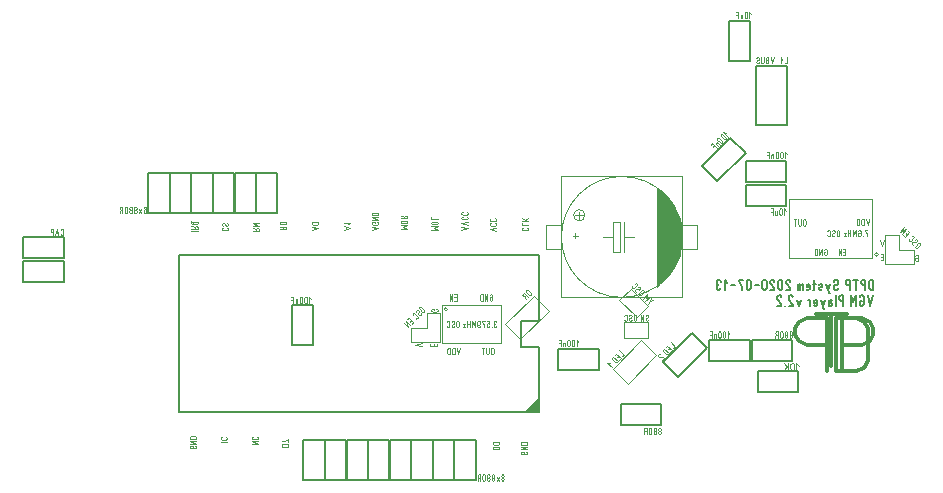
<source format=gbr>
%FSLAX34Y34*%
%MOMM*%
%LNSILK_BOTTOM_*%
G71*
G01*
%ADD10C, 0.15*%
%ADD11C, 0.10*%
%ADD12C, 0.16*%
%ADD13C, 0.31*%
%ADD14C, 0.00*%
%ADD15C, 0.10*%
%LPD*%
G54D10*
X678756Y649416D02*
X678756Y667416D01*
X644756Y667416D01*
X644756Y649416D01*
X678756Y649416D01*
G54D11*
X679223Y672117D02*
X677223Y674117D01*
X677223Y668783D01*
G54D11*
X672156Y673117D02*
X672156Y669783D01*
X672556Y669117D01*
X673356Y668783D01*
X674156Y668783D01*
X674956Y669117D01*
X675356Y669783D01*
X675356Y673117D01*
X674956Y673783D01*
X674156Y674117D01*
X673356Y674117D01*
X672556Y673783D01*
X672156Y673117D01*
G54D11*
X670289Y668783D02*
X670289Y674117D01*
G54D11*
X670289Y670450D02*
X667089Y674117D01*
G54D11*
X669089Y671450D02*
X667089Y668783D01*
G54D10*
X509688Y668466D02*
X509688Y686466D01*
X475688Y686466D01*
X475688Y668466D01*
X509688Y668466D01*
G54D11*
X492522Y691912D02*
X491188Y693912D01*
X491188Y688578D01*
G54D11*
X487188Y692912D02*
X487188Y689578D01*
X487455Y688912D01*
X487988Y688578D01*
X488522Y688578D01*
X489055Y688912D01*
X489322Y689578D01*
X489322Y692912D01*
X489055Y693578D01*
X488522Y693912D01*
X487988Y693912D01*
X487455Y693578D01*
X487188Y692912D01*
G54D11*
X483188Y692912D02*
X483188Y689578D01*
X483455Y688912D01*
X483988Y688578D01*
X484522Y688578D01*
X485055Y688912D01*
X485322Y689578D01*
X485322Y692912D01*
X485055Y693578D01*
X484522Y693912D01*
X483988Y693912D01*
X483455Y693578D01*
X483188Y692912D01*
G54D11*
X481322Y688578D02*
X481322Y691578D01*
G54D11*
X481322Y690912D02*
X481055Y691378D01*
X480522Y691578D01*
X479988Y691378D01*
X479722Y690912D01*
X479722Y688578D01*
G54D11*
X477855Y688578D02*
X477855Y693912D01*
X475988Y693912D01*
G54D11*
X477855Y691245D02*
X475988Y691245D01*
G54D10*
X637588Y676113D02*
X637588Y694113D01*
X603588Y694113D01*
X603588Y676113D01*
X637588Y676113D01*
G54D11*
X620316Y699055D02*
X618982Y701055D01*
X618982Y695722D01*
G54D11*
X614982Y700055D02*
X614982Y696722D01*
X615249Y696055D01*
X615782Y695722D01*
X616316Y695722D01*
X616849Y696055D01*
X617116Y696722D01*
X617116Y700055D01*
X616849Y700722D01*
X616316Y701055D01*
X615782Y701055D01*
X615249Y700722D01*
X614982Y700055D01*
G54D11*
X610982Y700055D02*
X610982Y696722D01*
X611249Y696055D01*
X611782Y695722D01*
X612316Y695722D01*
X612849Y696055D01*
X613116Y696722D01*
X613116Y700055D01*
X612849Y700722D01*
X612316Y701055D01*
X611782Y701055D01*
X611249Y700722D01*
X610982Y700055D01*
G54D11*
X609116Y695722D02*
X609116Y698722D01*
G54D11*
X609116Y698055D02*
X608849Y698522D01*
X608316Y698722D01*
X607782Y698522D01*
X607516Y698055D01*
X607516Y695722D01*
G54D11*
X605649Y695722D02*
X605649Y701055D01*
X603782Y701055D01*
G54D11*
X605649Y698388D02*
X603782Y698388D01*
G54D10*
X249762Y689272D02*
X267762Y689272D01*
X267762Y723272D01*
X249762Y723272D01*
X249762Y689272D01*
G54D11*
X265906Y728424D02*
X264573Y730424D01*
X264573Y725091D01*
G54D11*
X260573Y729424D02*
X260573Y726091D01*
X260840Y725424D01*
X261373Y725091D01*
X261906Y725091D01*
X262440Y725424D01*
X262706Y726091D01*
X262706Y729424D01*
X262440Y730091D01*
X261906Y730424D01*
X261373Y730424D01*
X260840Y730091D01*
X260573Y729424D01*
G54D11*
X256573Y729424D02*
X256573Y726091D01*
X256840Y725424D01*
X257373Y725091D01*
X257906Y725091D01*
X258440Y725424D01*
X258706Y726091D01*
X258706Y729424D01*
X258440Y730091D01*
X257906Y730424D01*
X257373Y730424D01*
X256840Y730091D01*
X256573Y729424D01*
G54D11*
X254706Y725091D02*
X254706Y728091D01*
G54D11*
X254706Y727424D02*
X254440Y727891D01*
X253906Y728091D01*
X253373Y727891D01*
X253106Y727424D01*
X253106Y725091D01*
G54D11*
X251239Y725091D02*
X251239Y730424D01*
X249372Y730424D01*
G54D11*
X251239Y727757D02*
X249372Y727757D01*
G54D12*
X742359Y736061D02*
X742359Y744950D01*
X740137Y744950D01*
X739248Y744394D01*
X738804Y743283D01*
X738804Y737727D01*
X739248Y736616D01*
X740137Y736061D01*
X742359Y736061D01*
G54D12*
X735692Y736061D02*
X735692Y744950D01*
X733470Y744950D01*
X732581Y744394D01*
X732137Y743283D01*
X732137Y742172D01*
X732581Y741061D01*
X733470Y740505D01*
X735692Y740505D01*
G54D12*
X727247Y736061D02*
X727247Y744950D01*
G54D12*
X729025Y744950D02*
X725470Y744950D01*
G54D12*
X722358Y736061D02*
X722358Y744950D01*
X720136Y744950D01*
X719247Y744394D01*
X718803Y743283D01*
X718803Y742172D01*
X719247Y741061D01*
X720136Y740505D01*
X722358Y740505D01*
G54D12*
X712491Y737727D02*
X712047Y736616D01*
X711158Y736061D01*
X710269Y736061D01*
X709380Y736616D01*
X708936Y737727D01*
X708936Y738839D01*
X709380Y739950D01*
X710269Y740505D01*
X711158Y740505D01*
X712047Y741061D01*
X712491Y742172D01*
X712491Y743283D01*
X712047Y744394D01*
X711158Y744950D01*
X710269Y744950D01*
X709380Y744394D01*
X708936Y743283D01*
G54D12*
X705824Y741061D02*
X704046Y736061D01*
X702269Y741061D01*
G54D12*
X704046Y736061D02*
X704491Y734394D01*
X704935Y733839D01*
X705380Y733839D01*
G54D12*
X699157Y736616D02*
X698268Y736061D01*
X697379Y736061D01*
X696490Y736616D01*
X696490Y737727D01*
X696935Y738283D01*
X698713Y738839D01*
X699157Y739394D01*
X699157Y740505D01*
X698268Y741061D01*
X697379Y741061D01*
X696490Y740505D01*
G54D12*
X692490Y744950D02*
X692490Y736616D01*
X692046Y736061D01*
X691601Y736283D01*
G54D12*
X693379Y741061D02*
X691601Y741061D01*
G54D12*
X685823Y736616D02*
X686535Y736061D01*
X687423Y736061D01*
X688312Y736616D01*
X688490Y737727D01*
X688490Y739616D01*
X688046Y740727D01*
X687157Y741061D01*
X686268Y740727D01*
X685823Y739950D01*
X685823Y738839D01*
X688490Y738839D01*
G54D12*
X682712Y736061D02*
X682712Y741061D01*
G54D12*
X682712Y740172D02*
X681823Y741061D01*
X680934Y740727D01*
X680490Y739950D01*
X680490Y736061D01*
G54D12*
X680490Y740172D02*
X679601Y741061D01*
X678712Y740727D01*
X678268Y739950D01*
X678268Y736061D01*
G54D12*
X668402Y736061D02*
X671957Y736061D01*
X671957Y736616D01*
X671513Y737727D01*
X668846Y741061D01*
X668402Y742172D01*
X668402Y743283D01*
X668846Y744394D01*
X669735Y744950D01*
X670624Y744950D01*
X671513Y744394D01*
X671957Y743283D01*
G54D12*
X661735Y743283D02*
X661735Y737727D01*
X662179Y736616D01*
X663068Y736061D01*
X663957Y736061D01*
X664846Y736616D01*
X665290Y737727D01*
X665290Y743283D01*
X664846Y744394D01*
X663957Y744950D01*
X663068Y744950D01*
X662179Y744394D01*
X661735Y743283D01*
G54D12*
X655068Y736061D02*
X658623Y736061D01*
X658623Y736616D01*
X658179Y737727D01*
X655512Y741061D01*
X655068Y742172D01*
X655068Y743283D01*
X655512Y744394D01*
X656401Y744950D01*
X657290Y744950D01*
X658179Y744394D01*
X658623Y743283D01*
G54D12*
X648401Y743283D02*
X648401Y737727D01*
X648845Y736616D01*
X649734Y736061D01*
X650623Y736061D01*
X651512Y736616D01*
X651956Y737727D01*
X651956Y743283D01*
X651512Y744394D01*
X650623Y744950D01*
X649734Y744950D01*
X648845Y744394D01*
X648401Y743283D01*
G54D12*
X645289Y739950D02*
X641734Y739950D01*
G54D12*
X635067Y743283D02*
X635067Y737727D01*
X635511Y736616D01*
X636400Y736061D01*
X637289Y736061D01*
X638178Y736616D01*
X638622Y737727D01*
X638622Y743283D01*
X638178Y744394D01*
X637289Y744950D01*
X636400Y744950D01*
X635511Y744394D01*
X635067Y743283D01*
G54D12*
X631955Y744950D02*
X628400Y744950D01*
X628844Y743839D01*
X629733Y742172D01*
X630622Y739950D01*
X631066Y738283D01*
X631066Y736061D01*
G54D12*
X625288Y739950D02*
X621733Y739950D01*
G54D12*
X618621Y741616D02*
X616399Y744950D01*
X616399Y736061D01*
G54D12*
X613288Y743283D02*
X612844Y744394D01*
X611955Y744950D01*
X611066Y744950D01*
X610177Y744394D01*
X609733Y743283D01*
X609733Y742172D01*
X610177Y741061D01*
X611066Y740505D01*
X610177Y739950D01*
X609733Y738839D01*
X609733Y737727D01*
X610177Y736616D01*
X611066Y736061D01*
X611955Y736061D01*
X612844Y736616D01*
X613288Y737727D01*
G54D12*
X741962Y731456D02*
X739740Y722567D01*
X737518Y731456D01*
G54D12*
X732630Y727011D02*
X730852Y727011D01*
X730852Y724234D01*
X731296Y723123D01*
X732185Y722567D01*
X733074Y722567D01*
X733963Y723123D01*
X734407Y724234D01*
X734407Y729789D01*
X733963Y730900D01*
X733074Y731456D01*
X732185Y731456D01*
X731296Y730900D01*
X730852Y729789D01*
G54D12*
X727740Y722567D02*
X727740Y731456D01*
X725518Y725900D01*
X723296Y731456D01*
X723296Y722567D01*
G54D12*
X716985Y722567D02*
X716985Y731456D01*
X714763Y731456D01*
X713874Y730900D01*
X713430Y729789D01*
X713430Y728678D01*
X713874Y727567D01*
X714763Y727011D01*
X716985Y727011D01*
G54D12*
X710318Y722567D02*
X710318Y731456D01*
G54D12*
X707207Y727011D02*
X706318Y727567D01*
X705252Y727567D01*
X704541Y726456D01*
X704541Y722567D01*
G54D12*
X704541Y724234D02*
X704985Y725345D01*
X705874Y725567D01*
X706763Y725345D01*
X707207Y724234D01*
X707030Y723123D01*
X706318Y722567D01*
X705874Y722567D01*
X705696Y722567D01*
X704985Y723123D01*
X704541Y724234D01*
G54D12*
X701429Y727567D02*
X699652Y722567D01*
X697874Y727567D01*
G54D12*
X699652Y722567D02*
X700096Y720900D01*
X700540Y720345D01*
X700985Y720345D01*
G54D12*
X692096Y723123D02*
X692807Y722567D01*
X693696Y722567D01*
X694584Y723123D01*
X694762Y724234D01*
X694762Y726123D01*
X694318Y727234D01*
X693429Y727567D01*
X692540Y727234D01*
X692096Y726456D01*
X692096Y725345D01*
X694762Y725345D01*
G54D12*
X688984Y722567D02*
X688984Y727567D01*
G54D12*
X688984Y726456D02*
X688095Y727567D01*
X687206Y727567D01*
G54D12*
X680895Y727567D02*
X679118Y722567D01*
X677340Y727567D01*
G54D12*
X670673Y722567D02*
X674228Y722567D01*
X674228Y723123D01*
X673784Y724234D01*
X671117Y727567D01*
X670673Y728678D01*
X670673Y729789D01*
X671117Y730900D01*
X672006Y731456D01*
X672895Y731456D01*
X673784Y730900D01*
X674228Y729789D01*
G54D12*
X667561Y722567D02*
X667561Y722567D01*
G54D12*
X660895Y722567D02*
X664450Y722567D01*
X664450Y723123D01*
X664006Y724234D01*
X661339Y727567D01*
X660895Y728678D01*
X660895Y729789D01*
X661339Y730900D01*
X662228Y731456D01*
X663117Y731456D01*
X664006Y730900D01*
X664450Y729789D01*
G54D13*
X711096Y667617D02*
X711096Y712061D01*
X727762Y712061D01*
X734429Y709283D01*
X737762Y703728D01*
X737762Y675950D01*
X734429Y670394D01*
X727762Y667616D01*
X711096Y667617D01*
G54D13*
X715758Y667566D02*
X715758Y712011D01*
X732424Y712011D01*
X739091Y709233D01*
X742424Y703678D01*
X742424Y698122D01*
X739091Y692566D01*
X732425Y689788D01*
X715758Y689789D01*
G54D13*
X702770Y667616D02*
X702770Y712061D01*
X686104Y712061D01*
X679437Y709283D01*
X676104Y703728D01*
X676104Y698172D01*
X679437Y692616D01*
X686104Y689839D01*
X702770Y689839D01*
G54D13*
X706900Y671585D02*
X706900Y716029D01*
G54D13*
X720233Y716030D02*
X693566Y716030D01*
G54D11*
X446713Y598239D02*
X446713Y599305D01*
X445047Y599305D01*
X444380Y599039D01*
X444047Y598505D01*
X444047Y597972D01*
X444380Y597439D01*
X445047Y597172D01*
X448380Y597172D01*
X449047Y597439D01*
X449380Y597972D01*
X449380Y598505D01*
X449047Y599039D01*
X448380Y599305D01*
G54D11*
X444046Y601172D02*
X449380Y601172D01*
X444047Y603305D01*
X449380Y603305D01*
G54D11*
X444047Y605172D02*
X449380Y605172D01*
X449380Y606505D01*
X449047Y607039D01*
X448380Y607305D01*
X445047Y607305D01*
X444380Y607039D01*
X444047Y606505D01*
X444047Y605172D01*
G54D11*
X420234Y601141D02*
X425568Y601141D01*
X425568Y602474D01*
X425234Y603007D01*
X424567Y603274D01*
X421234Y603274D01*
X420567Y603008D01*
X420234Y602474D01*
X420234Y601141D01*
G54D11*
X424568Y607274D02*
X421234Y607274D01*
X420568Y607008D01*
X420234Y606474D01*
X420234Y605941D01*
X420568Y605408D01*
X421234Y605141D01*
X424568Y605141D01*
X425234Y605408D01*
X425567Y605941D01*
X425568Y606474D01*
X425234Y607008D01*
X424568Y607274D01*
G54D11*
X241640Y603522D02*
X246974Y603522D01*
X246974Y604855D01*
X246640Y605389D01*
X245974Y605656D01*
X242640Y605655D01*
X241974Y605389D01*
X241640Y604855D01*
X241640Y603522D01*
G54D11*
X246974Y607522D02*
X246974Y609656D01*
X246307Y609389D01*
X245307Y608855D01*
X243974Y608322D01*
X242974Y608056D01*
X241640Y608056D01*
G54D11*
X216240Y605903D02*
X221574Y605903D01*
X216240Y608037D01*
X221574Y608037D01*
G54D11*
X217240Y612037D02*
X216574Y611770D01*
X216240Y611237D01*
X216240Y610703D01*
X216574Y610170D01*
X217240Y609903D01*
X220574Y609903D01*
X221240Y610170D01*
X221574Y610703D01*
X221574Y611237D01*
X221240Y611770D01*
X220574Y612037D01*
G54D11*
X189650Y607491D02*
X194983Y607491D01*
G54D11*
X190650Y611491D02*
X189983Y611225D01*
X189650Y610691D01*
X189650Y610158D01*
X189983Y609624D01*
X190650Y609358D01*
X193983Y609358D01*
X194650Y609625D01*
X194983Y610158D01*
X194983Y610691D01*
X194650Y611225D01*
X193983Y611491D01*
G54D11*
X166520Y603001D02*
X166520Y604068D01*
X164853Y604068D01*
X164186Y603801D01*
X163853Y603268D01*
X163853Y602735D01*
X164186Y602201D01*
X164853Y601935D01*
X168186Y601935D01*
X168853Y602201D01*
X169186Y602735D01*
X169186Y603268D01*
X168853Y603801D01*
X168186Y604068D01*
G54D11*
X163853Y605935D02*
X169186Y605935D01*
X163853Y608068D01*
X169186Y608068D01*
G54D11*
X163853Y609935D02*
X169186Y609935D01*
X169186Y611268D01*
X168853Y611801D01*
X168186Y612068D01*
X164853Y612068D01*
X164186Y611801D01*
X163853Y611268D01*
X163853Y609935D01*
G54D11*
X445840Y789012D02*
X445174Y788745D01*
X444840Y788212D01*
X444840Y787678D01*
X445174Y787145D01*
X445840Y786878D01*
X449174Y786878D01*
X449840Y787145D01*
X450174Y787678D01*
X450174Y788212D01*
X449840Y788745D01*
X449174Y789012D01*
G54D11*
X450174Y790878D02*
X444840Y790878D01*
X444840Y792745D01*
G54D11*
X444840Y794612D02*
X450174Y794612D01*
G54D11*
X446507Y794612D02*
X450174Y796746D01*
G54D11*
X447507Y795412D02*
X444840Y796746D01*
G54D11*
X423186Y786084D02*
X417853Y787418D01*
X423186Y788751D01*
G54D11*
X418853Y792752D02*
X418186Y792485D01*
X417853Y791952D01*
X417853Y791419D01*
X418186Y790885D01*
X418853Y790619D01*
X422186Y790619D01*
X422853Y790885D01*
X423186Y791419D01*
X423186Y791952D01*
X422853Y792485D01*
X422186Y792752D01*
G54D11*
X418853Y796752D02*
X418186Y796485D01*
X417853Y795952D01*
X417853Y795419D01*
X418186Y794885D01*
X418853Y794619D01*
X422186Y794619D01*
X422853Y794885D01*
X423186Y795419D01*
X423186Y795952D01*
X422853Y796485D01*
X422186Y796752D01*
G54D11*
X368244Y787275D02*
X373577Y787275D01*
X370244Y788609D01*
X373577Y789942D01*
X368244Y789942D01*
G54D11*
X372577Y793943D02*
X369244Y793942D01*
X368577Y793676D01*
X368244Y793143D01*
X368244Y792609D01*
X368577Y792076D01*
X369243Y791809D01*
X372577Y791809D01*
X373244Y792076D01*
X373577Y792609D01*
X373577Y793142D01*
X373244Y793676D01*
X372577Y793943D01*
G54D11*
X373577Y795809D02*
X368244Y795809D01*
X368244Y797676D01*
G54D11*
X342490Y788106D02*
X347823Y788106D01*
X344490Y789439D01*
X347823Y790772D01*
X342490Y790772D01*
G54D11*
X346823Y794773D02*
X343489Y794773D01*
X342823Y794506D01*
X342489Y793973D01*
X342490Y793440D01*
X342823Y792906D01*
X343490Y792639D01*
X346823Y792639D01*
X347490Y792906D01*
X347823Y793439D01*
X347823Y793973D01*
X347490Y794506D01*
X346823Y794773D01*
G54D11*
X345156Y797706D02*
X344490Y798506D01*
X343823Y798772D01*
X342489Y798773D01*
G54D11*
X342489Y796639D02*
X347823Y796639D01*
X347823Y797973D01*
X347489Y798506D01*
X346823Y798773D01*
X346156Y798773D01*
X345489Y798506D01*
X345156Y797973D01*
X345156Y796639D01*
G54D11*
X393643Y786878D02*
X398977Y788212D01*
X393644Y789545D01*
G54D11*
X395644Y787412D02*
X395644Y789012D01*
G54D11*
X398977Y791412D02*
X393643Y792746D01*
X398977Y794079D01*
G54D11*
X394644Y798080D02*
X393977Y797813D01*
X393644Y797280D01*
X393644Y796746D01*
X393977Y796213D01*
X394644Y795946D01*
X397977Y795946D01*
X398643Y796213D01*
X398977Y796746D01*
X398977Y797280D01*
X398643Y797813D01*
X397977Y798080D01*
G54D11*
X394644Y802079D02*
X393977Y801813D01*
X393644Y801280D01*
X393643Y800746D01*
X393977Y800213D01*
X394644Y799946D01*
X397977Y799946D01*
X398644Y800213D01*
X398977Y800746D01*
X398977Y801280D01*
X398643Y801813D01*
X397977Y802080D01*
G54D11*
X317840Y786878D02*
X323174Y788212D01*
X317840Y789545D01*
G54D11*
X319840Y787412D02*
X319840Y789012D01*
G54D11*
X320507Y792479D02*
X320507Y793546D01*
X318840Y793546D01*
X318174Y793279D01*
X317840Y792746D01*
X317840Y792212D01*
X318174Y791679D01*
X318840Y791412D01*
X322174Y791412D01*
X322840Y791679D01*
X323174Y792212D01*
X323174Y792746D01*
X322840Y793279D01*
X322174Y793546D01*
G54D11*
X317840Y795412D02*
X323174Y795412D01*
X317840Y797546D01*
X323174Y797546D01*
G54D11*
X317840Y799412D02*
X323174Y799412D01*
X323174Y800746D01*
X322840Y801279D01*
X322174Y801546D01*
X318841Y801546D01*
X318174Y801279D01*
X317840Y800746D01*
X317840Y799412D01*
G54D11*
X294028Y787275D02*
X299361Y788609D01*
X294028Y789942D01*
G54D11*
X296028Y787808D02*
X296028Y789408D01*
G54D11*
X297361Y791809D02*
X299361Y793143D01*
X294028Y793143D01*
G54D11*
X267040Y786878D02*
X272374Y788212D01*
X267040Y789545D01*
G54D11*
X269040Y787412D02*
X269040Y789012D01*
G54D11*
X271374Y793545D02*
X268041Y793546D01*
X267374Y793279D01*
X267040Y792746D01*
X267040Y792212D01*
X267374Y791679D01*
X268040Y791412D01*
X271374Y791412D01*
X272040Y791679D01*
X272374Y792212D01*
X272374Y792745D01*
X272040Y793279D01*
X271374Y793545D01*
G54D11*
X242323Y788739D02*
X241656Y789539D01*
X240989Y789805D01*
X239656Y789805D01*
G54D11*
X239656Y787672D02*
X244989Y787672D01*
X244990Y789005D01*
X244656Y789539D01*
X243989Y789805D01*
X243323Y789806D01*
X242656Y789539D01*
X242323Y789005D01*
X242323Y787672D01*
G54D11*
X239656Y791672D02*
X244989Y791672D01*
X244989Y793005D01*
X244656Y793539D01*
X243989Y793805D01*
X240656Y793805D01*
X239990Y793539D01*
X239656Y793005D01*
X239656Y791672D01*
G54D11*
X219701Y787151D02*
X219034Y787951D01*
X218367Y788218D01*
X217034Y788218D01*
G54D11*
X217034Y786085D02*
X222368Y786085D01*
X222368Y787418D01*
X222034Y787951D01*
X221368Y788218D01*
X220701Y788218D01*
X220034Y787951D01*
X219701Y787418D01*
X219701Y786084D01*
G54D11*
X222368Y790084D02*
X217034Y790085D01*
X220367Y791418D01*
X217034Y792751D01*
X222368Y792751D01*
G54D11*
X191840Y788615D02*
X191174Y788348D01*
X190840Y787815D01*
X190840Y787281D01*
X191174Y786748D01*
X191840Y786482D01*
X195174Y786481D01*
X195840Y786748D01*
X196174Y787281D01*
X196174Y787815D01*
X195840Y788348D01*
X195174Y788615D01*
G54D11*
X191840Y790481D02*
X191174Y790748D01*
X190840Y791281D01*
X190840Y791815D01*
X191174Y792348D01*
X191840Y792615D01*
X192507Y792615D01*
X193174Y792348D01*
X193507Y791815D01*
X193507Y791281D01*
X193840Y790748D01*
X194507Y790481D01*
X195174Y790482D01*
X195840Y790748D01*
X196174Y791281D01*
X196174Y791815D01*
X195840Y792348D01*
X195174Y792615D01*
G54D11*
X165044Y786084D02*
X170377Y786084D01*
G54D11*
X167710Y789018D02*
X167044Y789818D01*
X166377Y790085D01*
X165044Y790085D01*
G54D11*
X165044Y787952D02*
X170377Y787952D01*
X170377Y789285D01*
X170043Y789818D01*
X169377Y790085D01*
X168710Y790085D01*
X168043Y789818D01*
X167710Y789285D01*
X167710Y787952D01*
G54D11*
X166044Y793018D02*
X165043Y794352D01*
G54D11*
X169377Y794085D02*
X166043Y794085D01*
X165377Y793818D01*
X165044Y793285D01*
X165043Y792751D01*
X165377Y792218D01*
X166044Y791951D01*
X169377Y791952D01*
X170044Y792218D01*
X170377Y792752D01*
X170377Y793285D01*
X170044Y793818D01*
X169377Y794085D01*
G54D10*
X459525Y765869D02*
X459525Y710269D01*
X443625Y710269D01*
X443625Y688069D01*
X459525Y688069D01*
X459525Y632469D01*
X154725Y632469D01*
X154725Y765869D01*
X459525Y765869D01*
G36*
X459625Y632469D02*
X459625Y645169D01*
X446825Y632469D01*
X459625Y632469D01*
G37*
G54D14*
X459625Y632469D02*
X459625Y645169D01*
X446825Y632469D01*
X459625Y632469D01*
G54D15*
X551656Y708818D02*
X551656Y695325D01*
X531019Y695325D01*
X531019Y708818D01*
X551656Y708818D01*
G54D11*
X551656Y711009D02*
X551390Y710343D01*
X550856Y710009D01*
X550323Y710009D01*
X549790Y710343D01*
X549523Y711009D01*
X549523Y711676D01*
X549790Y712343D01*
X550323Y712676D01*
X550856Y712676D01*
X551390Y713009D01*
X551656Y713676D01*
X551656Y714343D01*
X551390Y715009D01*
X550856Y715343D01*
X550323Y715343D01*
X549790Y715009D01*
X549523Y714343D01*
G54D11*
X547656Y710009D02*
X547656Y715343D01*
X545523Y710009D01*
X545523Y715343D01*
G54D11*
X539603Y714343D02*
X539603Y711009D01*
X539870Y710343D01*
X540403Y710009D01*
X540936Y710009D01*
X541470Y710343D01*
X541736Y711009D01*
X541736Y714343D01*
X541470Y715009D01*
X540936Y715343D01*
X540403Y715343D01*
X539870Y715009D01*
X539603Y714343D01*
G54D11*
X537736Y711009D02*
X537470Y710343D01*
X536936Y710009D01*
X536403Y710009D01*
X535870Y710343D01*
X535603Y711009D01*
X535603Y711676D01*
X535870Y712343D01*
X536403Y712676D01*
X536936Y712676D01*
X537470Y713009D01*
X537736Y713676D01*
X537736Y714343D01*
X537470Y715009D01*
X536936Y715343D01*
X536403Y715343D01*
X535870Y715009D01*
X535603Y714343D01*
G54D11*
X531603Y711009D02*
X531870Y710343D01*
X532403Y710009D01*
X532936Y710009D01*
X533470Y710343D01*
X533736Y711009D01*
X533736Y714343D01*
X533470Y715009D01*
X532936Y715343D01*
X532403Y715343D01*
X531870Y715009D01*
X531603Y714343D01*
G54D15*
X427127Y691596D02*
X427127Y723743D01*
X377120Y723743D01*
X377120Y691596D01*
X427127Y691596D01*
G54D11*
X423158Y708852D02*
X422891Y709519D01*
X422358Y709852D01*
X421824Y709852D01*
X421291Y709519D01*
X421024Y708852D01*
X421024Y708185D01*
X421291Y707519D01*
X421824Y707185D01*
X421291Y706852D01*
X421024Y706185D01*
X421024Y705519D01*
X421291Y704852D01*
X421824Y704519D01*
X422358Y704519D01*
X422891Y704852D01*
X423158Y705519D01*
G54D11*
X419158Y704519D02*
X419158Y704519D01*
G54D11*
X415157Y709852D02*
X417290Y709852D01*
X417291Y707519D01*
X417024Y707519D01*
X416490Y707852D01*
X415957Y707852D01*
X415424Y707519D01*
X415157Y706852D01*
X415157Y705519D01*
X415424Y704852D01*
X415957Y704519D01*
X416491Y704519D01*
X417024Y704852D01*
X417291Y705519D01*
G54D11*
X413291Y709852D02*
X411157Y709852D01*
X411424Y709185D01*
X411957Y708185D01*
X412491Y706852D01*
X412757Y705852D01*
X412757Y704519D01*
G54D11*
X409290Y705519D02*
X409024Y704852D01*
X408491Y704519D01*
X407957Y704519D01*
X407424Y704852D01*
X407157Y705519D01*
X407157Y707185D01*
X407157Y707519D01*
X407957Y706852D01*
X408491Y706852D01*
X409024Y707185D01*
X409291Y707852D01*
X409291Y708852D01*
X409024Y709519D01*
X408491Y709852D01*
X407957Y709852D01*
X407424Y709519D01*
X407157Y708852D01*
X407157Y707185D01*
G54D11*
X405291Y704519D02*
X405290Y709852D01*
X403957Y706519D01*
X402624Y709852D01*
X402624Y704519D01*
G54D11*
X400757Y704519D02*
X400756Y709852D01*
G54D11*
X398623Y704519D02*
X398623Y709852D01*
G54D11*
X400757Y707185D02*
X398623Y707185D01*
G54D11*
X396757Y707519D02*
X395157Y707519D01*
X396757Y704519D01*
X395157Y704519D01*
G54D11*
X389236Y708852D02*
X389236Y705519D01*
X389503Y704852D01*
X390036Y704519D01*
X390570Y704519D01*
X391103Y704852D01*
X391369Y705519D01*
X391370Y708852D01*
X391103Y709519D01*
X390570Y709852D01*
X390036Y709852D01*
X389503Y709519D01*
X389236Y708852D01*
G54D11*
X387370Y705519D02*
X387103Y704852D01*
X386570Y704519D01*
X386036Y704519D01*
X385503Y704852D01*
X385236Y705519D01*
X385236Y706185D01*
X385503Y706852D01*
X386036Y707185D01*
X386570Y707185D01*
X387103Y707519D01*
X387370Y708185D01*
X387369Y708852D01*
X387103Y709519D01*
X386570Y709852D01*
X386036Y709852D01*
X385503Y709519D01*
X385236Y708852D01*
G54D11*
X381236Y705519D02*
X381503Y704852D01*
X382036Y704519D01*
X382570Y704519D01*
X383103Y704852D01*
X383369Y705519D01*
X383370Y708852D01*
X383103Y709519D01*
X382570Y709852D01*
X382036Y709852D01*
X381503Y709519D01*
X381236Y708852D01*
G54D15*
G75*
G01X378707Y719774D02*
G03X378707Y719774I1588J0D01*
G01*
G54D11*
X387657Y727140D02*
X389524Y727140D01*
X389524Y732473D01*
X387657Y732473D01*
G54D11*
X389524Y729806D02*
X387657Y729806D01*
G54D11*
X385790Y727140D02*
X385790Y732473D01*
X383656Y727140D01*
X383656Y732473D01*
G54D11*
X418519Y729808D02*
X417452Y729808D01*
X417452Y728141D01*
X417719Y727474D01*
X418252Y727141D01*
X418786Y727141D01*
X419319Y727474D01*
X419586Y728141D01*
X419586Y731474D01*
X419319Y732141D01*
X418786Y732474D01*
X418252Y732474D01*
X417719Y732141D01*
X417452Y731474D01*
G54D11*
X415586Y727141D02*
X415586Y732474D01*
X413452Y727141D01*
X413452Y732474D01*
G54D11*
X411586Y727141D02*
X411586Y732474D01*
X410252Y732474D01*
X409719Y732141D01*
X409452Y731474D01*
X409452Y728141D01*
X409719Y727474D01*
X410252Y727141D01*
X411586Y727141D01*
G54D11*
X392402Y686833D02*
X391069Y681499D01*
X389736Y686833D01*
G54D11*
X387868Y681499D02*
X387868Y686833D01*
X386535Y686833D01*
X386002Y686499D01*
X385735Y685833D01*
X385735Y682500D01*
X386002Y681833D01*
X386535Y681500D01*
X387868Y681499D01*
G54D11*
X383868Y681500D02*
X383868Y686833D01*
X382535Y686833D01*
X382002Y686499D01*
X381735Y685833D01*
X381735Y682500D01*
X382002Y681833D01*
X382535Y681500D01*
X383868Y681500D01*
G54D11*
X418629Y686231D02*
X418629Y682898D01*
X418896Y682231D01*
X419429Y681898D01*
X419962Y681898D01*
X420496Y682231D01*
X420762Y682898D01*
X420762Y686231D01*
X420496Y686898D01*
X419962Y687231D01*
X419429Y687231D01*
X418896Y686898D01*
X418629Y686231D01*
G54D11*
X416762Y687231D02*
X416762Y682897D01*
X416496Y682231D01*
X415962Y681898D01*
X415429Y681898D01*
X414896Y682231D01*
X414629Y682898D01*
X414629Y687231D01*
G54D11*
X411696Y681898D02*
X411696Y687231D01*
G54D11*
X412762Y687231D02*
X410629Y687231D01*
G54D11*
X367317Y690760D02*
X367317Y688893D01*
X372650Y688893D01*
X372650Y690760D01*
G54D11*
X369983Y688893D02*
X369983Y690760D01*
G54D11*
X359950Y688497D02*
X354617Y689830D01*
X359950Y691164D01*
G54D11*
X370777Y718933D02*
X370777Y719999D01*
X369110Y719999D01*
X368444Y719733D01*
X368110Y719199D01*
X368110Y718666D01*
X368444Y718133D01*
X369110Y717866D01*
X372444Y717866D01*
X373110Y718133D01*
X373444Y718666D01*
X373444Y719199D01*
X373110Y719733D01*
X372444Y719999D01*
G54D15*
X375652Y692467D02*
X375652Y716676D01*
X364142Y716676D01*
X364142Y703579D01*
X351045Y703579D01*
X351045Y692467D01*
X375652Y692467D01*
G54D11*
X358168Y720247D02*
X360525Y717890D01*
X361185Y717607D01*
X361798Y717749D01*
X362175Y718126D01*
X362317Y718739D01*
X362034Y719399D01*
X359677Y721756D01*
X359017Y722039D01*
X358404Y721897D01*
X358027Y721520D01*
X357885Y720907D01*
X358168Y720247D01*
G54D11*
X359205Y716570D02*
X359488Y715910D01*
X359347Y715298D01*
X358970Y714920D01*
X358357Y714779D01*
X357697Y715062D01*
X357225Y715533D01*
X356943Y716193D01*
X357084Y716806D01*
X357461Y717183D01*
X357603Y717796D01*
X357320Y718456D01*
X356848Y718927D01*
X356188Y719210D01*
X355576Y719069D01*
X355198Y718692D01*
X355057Y718079D01*
X355340Y717419D01*
G54D11*
X354868Y712233D02*
X355528Y711950D01*
X356141Y712092D01*
X356518Y712469D01*
X356660Y713082D01*
X356377Y713742D01*
X354020Y716099D01*
X353360Y716382D01*
X352747Y716240D01*
X352370Y715863D01*
X352229Y715250D01*
X352511Y714590D01*
G54D11*
X351578Y707529D02*
X352898Y708849D01*
X349127Y712620D01*
X347807Y711300D01*
G54D11*
X351012Y710734D02*
X349692Y709414D01*
G54D11*
X350258Y706208D02*
X346486Y709980D01*
X348749Y704700D01*
X344978Y708471D01*
G54D15*
X521531Y669428D02*
X545573Y693469D01*
X558301Y680741D01*
X534259Y656700D01*
X521531Y669428D01*
G54D10*
X562869Y621634D02*
X562869Y639634D01*
X528869Y639634D01*
X528869Y621634D01*
X562869Y621634D01*
G54D11*
X527382Y684966D02*
X531154Y681194D01*
X529834Y679874D01*
G54D11*
X527194Y677234D02*
X528514Y678554D01*
X524742Y682325D01*
X523422Y681005D01*
G54D11*
X526628Y680440D02*
X525308Y679120D01*
G54D11*
X525873Y675914D02*
X522102Y679685D01*
X521159Y678742D01*
X521018Y678129D01*
X521300Y677469D01*
X523658Y675112D01*
X524318Y674829D01*
X524930Y674971D01*
X525873Y675914D01*
G54D11*
X519330Y674085D02*
X516973Y674556D01*
X520744Y670785D01*
G54D10*
X564499Y675487D02*
X577227Y662759D01*
X601269Y686801D01*
X588541Y699529D01*
X564499Y675487D01*
G54D10*
X639307Y676113D02*
X639307Y694113D01*
X673307Y694113D01*
X673307Y676113D01*
X639307Y676113D01*
G54D11*
X570642Y691712D02*
X574413Y687941D01*
X573093Y686621D01*
G54D11*
X570453Y683981D02*
X571773Y685301D01*
X568002Y689072D01*
X566682Y687752D01*
G54D11*
X569887Y687186D02*
X568567Y685867D01*
G54D11*
X569132Y682661D02*
X565361Y686432D01*
X564418Y685489D01*
X564277Y684876D01*
X564560Y684216D01*
X566917Y681859D01*
X567577Y681576D01*
X568190Y681718D01*
X569132Y682661D01*
G54D11*
X563438Y676966D02*
X564946Y678474D01*
X564711Y678710D01*
X564051Y678993D01*
X561505Y679276D01*
X560845Y679559D01*
X560374Y680030D01*
X560091Y680690D01*
X560232Y681303D01*
X560609Y681680D01*
X561222Y681822D01*
X561882Y681539D01*
G54D10*
X259852Y575135D02*
X277852Y575135D01*
X277852Y609135D01*
X259852Y609135D01*
X259852Y575135D01*
G54D10*
X278108Y575135D02*
X296108Y575135D01*
X296108Y609135D01*
X278108Y609135D01*
X278108Y575135D01*
G54D10*
X296364Y575135D02*
X314364Y575135D01*
X314364Y609135D01*
X296364Y609135D01*
X296364Y575135D01*
G54D10*
X314620Y575135D02*
X332620Y575135D01*
X332620Y609135D01*
X314620Y609135D01*
X314620Y575135D01*
G54D10*
X332877Y575135D02*
X350877Y575135D01*
X350877Y609135D01*
X332877Y609135D01*
X332877Y575135D01*
G54D10*
X351133Y575135D02*
X369133Y575135D01*
X369133Y609135D01*
X351133Y609135D01*
X351133Y575135D01*
G54D10*
X369389Y575135D02*
X387389Y575135D01*
X387389Y609135D01*
X369389Y609135D01*
X369389Y575135D01*
G54D10*
X387645Y575135D02*
X405645Y575135D01*
X405645Y609135D01*
X387645Y609135D01*
X387645Y575135D01*
G54D11*
X561039Y616632D02*
X561572Y616632D01*
X562105Y616966D01*
X562372Y617632D01*
X562372Y618299D01*
X562105Y618966D01*
X561572Y619299D01*
X561039Y619299D01*
X560505Y618966D01*
X560239Y618299D01*
X560239Y617632D01*
X560505Y616966D01*
X561039Y616632D01*
X560505Y616299D01*
X560239Y615632D01*
X560239Y614966D01*
X560505Y614299D01*
X561039Y613966D01*
X561572Y613966D01*
X562105Y614299D01*
X562372Y614966D01*
X562372Y615632D01*
X562105Y616299D01*
X561572Y616632D01*
G54D11*
X557039Y616632D02*
X557572Y616632D01*
X558105Y616966D01*
X558372Y617632D01*
X558372Y618299D01*
X558105Y618966D01*
X557572Y619299D01*
X557039Y619299D01*
X556505Y618966D01*
X556239Y618299D01*
X556239Y617632D01*
X556505Y616966D01*
X557039Y616632D01*
X556505Y616299D01*
X556239Y615632D01*
X556239Y614966D01*
X556505Y614299D01*
X557039Y613966D01*
X557572Y613966D01*
X558105Y614299D01*
X558372Y614966D01*
X558372Y615632D01*
X558105Y616299D01*
X557572Y616632D01*
G54D11*
X552239Y618299D02*
X552239Y614966D01*
X552505Y614299D01*
X553039Y613966D01*
X553572Y613966D01*
X554105Y614299D01*
X554372Y614966D01*
X554372Y618299D01*
X554105Y618966D01*
X553572Y619299D01*
X553039Y619299D01*
X552505Y618966D01*
X552239Y618299D01*
G54D11*
X549305Y616632D02*
X548505Y615966D01*
X548239Y615299D01*
X548239Y613966D01*
G54D11*
X550372Y613966D02*
X550372Y619299D01*
X549039Y619299D01*
X548505Y618966D01*
X548239Y618299D01*
X548239Y617632D01*
X548505Y616966D01*
X549039Y616632D01*
X550372Y616632D01*
G54D11*
X428085Y577342D02*
X428619Y577342D01*
X429152Y577675D01*
X429419Y578342D01*
X429419Y579008D01*
X429152Y579675D01*
X428619Y580008D01*
X428085Y580008D01*
X427552Y579675D01*
X427285Y579008D01*
X427285Y578342D01*
X427552Y577675D01*
X428085Y577342D01*
X427552Y577008D01*
X427285Y576342D01*
X427285Y575675D01*
X427552Y575008D01*
X428085Y574675D01*
X428619Y574675D01*
X429152Y575008D01*
X429419Y575675D01*
X429419Y576342D01*
X429152Y577008D01*
X428619Y577342D01*
G54D11*
X425419Y577675D02*
X423285Y574675D01*
G54D11*
X425419Y574675D02*
X423285Y577675D01*
G54D11*
X420085Y577342D02*
X420619Y577342D01*
X421152Y577675D01*
X421419Y578342D01*
X421419Y579008D01*
X421152Y579675D01*
X420619Y580008D01*
X420085Y580008D01*
X419552Y579675D01*
X419285Y579008D01*
X419285Y578342D01*
X419552Y577675D01*
X420085Y577342D01*
X419552Y577008D01*
X419285Y576342D01*
X419285Y575675D01*
X419552Y575008D01*
X420085Y574675D01*
X420619Y574675D01*
X421152Y575008D01*
X421419Y575675D01*
X421419Y576342D01*
X421152Y577008D01*
X420619Y577342D01*
G54D11*
X416085Y577342D02*
X416619Y577342D01*
X417152Y577675D01*
X417419Y578342D01*
X417419Y579008D01*
X417152Y579675D01*
X416619Y580008D01*
X416085Y580008D01*
X415552Y579675D01*
X415285Y579008D01*
X415285Y578342D01*
X415552Y577675D01*
X416085Y577342D01*
X415552Y577008D01*
X415285Y576342D01*
X415285Y575675D01*
X415552Y575008D01*
X416085Y574675D01*
X416619Y574675D01*
X417152Y575008D01*
X417419Y575675D01*
X417419Y576342D01*
X417152Y577008D01*
X416619Y577342D01*
G54D11*
X411285Y579008D02*
X411285Y575675D01*
X411552Y575008D01*
X412085Y574675D01*
X412619Y574675D01*
X413152Y575008D01*
X413419Y575675D01*
X413419Y579008D01*
X413152Y579675D01*
X412619Y580008D01*
X412085Y580008D01*
X411552Y579675D01*
X411285Y579008D01*
G54D11*
X408352Y577342D02*
X407552Y576675D01*
X407285Y576008D01*
X407285Y574675D01*
G54D11*
X409419Y574675D02*
X409419Y580008D01*
X408085Y580008D01*
X407552Y579675D01*
X407285Y579008D01*
X407285Y578342D01*
X407552Y577675D01*
X408085Y577342D01*
X409419Y577342D01*
G54D10*
X146742Y800957D02*
X164742Y800957D01*
X164742Y834957D01*
X146742Y834957D01*
X146742Y800957D01*
G54D10*
X164998Y800957D02*
X182998Y800957D01*
X182998Y834957D01*
X164998Y834957D01*
X164998Y800957D01*
G54D10*
X183255Y800957D02*
X201255Y800957D01*
X201255Y834957D01*
X183255Y834957D01*
X183255Y800957D01*
G54D10*
X201511Y800957D02*
X219511Y800957D01*
X219511Y834957D01*
X201511Y834957D01*
X201511Y800957D01*
G54D10*
X219767Y800957D02*
X237767Y800957D01*
X237767Y834957D01*
X219767Y834957D01*
X219767Y800957D01*
G54D11*
X124470Y805624D02*
X124736Y806291D01*
X125270Y806624D01*
X125803Y806624D01*
X126336Y806291D01*
X126603Y805624D01*
X126603Y803957D01*
X126603Y803624D01*
X125803Y804291D01*
X125270Y804291D01*
X124736Y803957D01*
X124470Y803291D01*
X124470Y802291D01*
X124736Y801624D01*
X125270Y801291D01*
X125803Y801291D01*
X126336Y801624D01*
X126603Y802291D01*
X126603Y803957D01*
G54D11*
X122603Y804291D02*
X120470Y801291D01*
G54D11*
X122603Y801291D02*
X120470Y804291D01*
G54D11*
X117270Y803957D02*
X117803Y803957D01*
X118336Y804291D01*
X118603Y804957D01*
X118603Y805624D01*
X118336Y806291D01*
X117803Y806624D01*
X117270Y806624D01*
X116736Y806291D01*
X116470Y805624D01*
X116470Y804957D01*
X116736Y804291D01*
X117270Y803957D01*
X116736Y803624D01*
X116470Y802957D01*
X116470Y802291D01*
X116736Y801624D01*
X117270Y801291D01*
X117803Y801291D01*
X118336Y801624D01*
X118603Y802291D01*
X118603Y802957D01*
X118336Y803624D01*
X117803Y803957D01*
G54D11*
X113270Y803957D02*
X113803Y803957D01*
X114336Y804291D01*
X114603Y804957D01*
X114603Y805624D01*
X114336Y806291D01*
X113803Y806624D01*
X113270Y806624D01*
X112736Y806291D01*
X112470Y805624D01*
X112470Y804957D01*
X112736Y804291D01*
X113270Y803957D01*
X112736Y803624D01*
X112470Y802957D01*
X112470Y802291D01*
X112736Y801624D01*
X113270Y801291D01*
X113803Y801291D01*
X114336Y801624D01*
X114603Y802291D01*
X114603Y802957D01*
X114336Y803624D01*
X113803Y803957D01*
G54D11*
X108470Y805624D02*
X108470Y802291D01*
X108736Y801624D01*
X109270Y801291D01*
X109803Y801291D01*
X110336Y801624D01*
X110603Y802291D01*
X110603Y805624D01*
X110336Y806291D01*
X109803Y806624D01*
X109270Y806624D01*
X108736Y806291D01*
X108470Y805624D01*
G54D11*
X105536Y803957D02*
X104736Y803291D01*
X104470Y802624D01*
X104470Y801291D01*
G54D11*
X106603Y801291D02*
X106603Y806624D01*
X105270Y806624D01*
X104736Y806291D01*
X104470Y805624D01*
X104470Y804957D01*
X104736Y804291D01*
X105270Y803957D01*
X106603Y803957D01*
G54D10*
X128486Y800957D02*
X146486Y800957D01*
X146486Y834957D01*
X128486Y834957D01*
X128486Y800957D01*
G54D10*
X22688Y760516D02*
X22688Y742516D01*
X56688Y742516D01*
X56688Y760516D01*
X22688Y760516D01*
G54D10*
X22688Y781153D02*
X22688Y763153D01*
X56688Y763153D01*
X56688Y781153D01*
X22688Y781153D01*
G54D11*
X54223Y783638D02*
X54490Y782971D01*
X55023Y782638D01*
X55556Y782638D01*
X56090Y782971D01*
X56356Y783638D01*
X56356Y786971D01*
X56090Y787638D01*
X55556Y787971D01*
X55023Y787971D01*
X54490Y787638D01*
X54223Y786971D01*
G54D11*
X52356Y782638D02*
X51023Y787971D01*
X49690Y782638D01*
G54D11*
X51823Y784638D02*
X50223Y784638D01*
G54D11*
X47822Y782638D02*
X47822Y787971D01*
X46489Y787971D01*
X45956Y787638D01*
X45689Y786971D01*
X45689Y786304D01*
X45956Y785638D01*
X46489Y785304D01*
X47822Y785304D01*
G54D10*
X634104Y852191D02*
X621376Y864919D01*
X597335Y840877D01*
X610063Y828149D01*
X634104Y852191D01*
G54D11*
X617697Y869289D02*
X615340Y869760D01*
X619111Y865989D01*
G54D11*
X613218Y866225D02*
X615576Y863868D01*
X616235Y863585D01*
X616848Y863727D01*
X617225Y864104D01*
X617367Y864716D01*
X617084Y865376D01*
X614727Y867733D01*
X614067Y868016D01*
X613454Y867875D01*
X613077Y867498D01*
X612936Y866885D01*
X613218Y866225D01*
G54D11*
X610390Y863397D02*
X612747Y861040D01*
X613407Y860757D01*
X614020Y860898D01*
X614397Y861275D01*
X614538Y861888D01*
X614256Y862548D01*
X611898Y864905D01*
X611238Y865188D01*
X610626Y865046D01*
X610249Y864669D01*
X610107Y864056D01*
X610390Y863397D01*
G54D11*
X612134Y859012D02*
X610013Y861134D01*
G54D11*
X610484Y860662D02*
X609966Y860804D01*
X609447Y860568D01*
X609211Y860050D01*
X609353Y859531D01*
X611003Y857881D01*
G54D11*
X609683Y856561D02*
X605911Y860332D01*
X604591Y859012D01*
G54D11*
X607797Y858447D02*
X606477Y857127D01*
G54D10*
X668405Y827490D02*
X668405Y845490D01*
X634405Y845490D01*
X634405Y827490D01*
X668405Y827490D01*
G54D11*
X668893Y851182D02*
X667560Y853182D01*
X667560Y847849D01*
G54D11*
X663560Y852182D02*
X663560Y848848D01*
X663826Y848182D01*
X664360Y847849D01*
X664893Y847849D01*
X665426Y848182D01*
X665693Y848848D01*
X665693Y852182D01*
X665426Y852849D01*
X664893Y853182D01*
X664360Y853182D01*
X663826Y852848D01*
X663560Y852182D01*
G54D11*
X659560Y852182D02*
X659560Y848848D01*
X659826Y848182D01*
X660360Y847848D01*
X660893Y847848D01*
X661426Y848182D01*
X661693Y848848D01*
X661693Y852182D01*
X661426Y852849D01*
X660893Y853182D01*
X660360Y853182D01*
X659826Y852849D01*
X659560Y852182D01*
G54D11*
X657693Y847848D02*
X657693Y850848D01*
G54D11*
X657693Y850182D02*
X657426Y850648D01*
X656893Y850849D01*
X656360Y850649D01*
X656093Y850182D01*
X656093Y847848D01*
G54D11*
X654226Y847849D02*
X654226Y853182D01*
X652359Y853182D01*
G54D11*
X654226Y850515D02*
X652359Y850515D01*
G54D10*
X668405Y807249D02*
X668405Y825249D01*
X634405Y825249D01*
X634405Y807249D01*
X668405Y807249D01*
G54D11*
X668100Y803160D02*
X666766Y805160D01*
X666766Y799827D01*
G54D11*
X662766Y804160D02*
X662766Y800827D01*
X663033Y800160D01*
X663566Y799827D01*
X664100Y799827D01*
X664633Y800160D01*
X664900Y800827D01*
X664900Y804160D01*
X664633Y804827D01*
X664100Y805160D01*
X663566Y805160D01*
X663033Y804827D01*
X662766Y804160D01*
G54D11*
X659300Y802827D02*
X659300Y799827D01*
G54D11*
X659300Y800493D02*
X659566Y799960D01*
X660100Y799827D01*
X660633Y799960D01*
X660900Y800493D01*
X660900Y802827D01*
G54D11*
X657433Y799827D02*
X657433Y805160D01*
X655566Y805160D01*
G54D11*
X657433Y802493D02*
X655566Y802493D01*
G54D10*
X643143Y875907D02*
X669143Y875907D01*
X669143Y925907D01*
X643143Y925907D01*
X643143Y875907D01*
G54D11*
X658019Y933227D02*
X656685Y927894D01*
X655352Y933227D01*
G54D11*
X653485Y927894D02*
X653485Y933227D01*
X652151Y933227D01*
X651618Y932894D01*
X651351Y932227D01*
X651351Y931560D01*
X651618Y930894D01*
X652151Y930560D01*
X651618Y930227D01*
X651351Y929560D01*
X651351Y928894D01*
X651618Y928227D01*
X652151Y927894D01*
X653485Y927894D01*
G54D11*
X653485Y930560D02*
X652151Y930560D01*
G54D11*
X649485Y933227D02*
X649485Y928894D01*
X649218Y928227D01*
X648685Y927894D01*
X648151Y927894D01*
X647618Y928227D01*
X647351Y928894D01*
X647351Y933227D01*
G54D11*
X645485Y928894D02*
X645218Y928227D01*
X644685Y927894D01*
X644151Y927894D01*
X643618Y928227D01*
X643351Y928894D01*
X643351Y929560D01*
X643618Y930227D01*
X644151Y930560D01*
X644685Y930560D01*
X645218Y930894D01*
X645485Y931560D01*
X645485Y932227D01*
X645218Y932894D01*
X644685Y933227D01*
X644151Y933227D01*
X643618Y932894D01*
X643351Y932227D01*
G54D11*
X669131Y933227D02*
X669131Y927894D01*
X667265Y927894D01*
G54D11*
X665397Y931227D02*
X664064Y933227D01*
X664064Y927894D01*
G54D10*
X638180Y964218D02*
X620180Y964218D01*
X620180Y930218D01*
X638180Y930218D01*
X638180Y964218D01*
G54D11*
X638731Y969450D02*
X637398Y971450D01*
X637398Y966117D01*
G54D11*
X633398Y970450D02*
X633398Y967117D01*
X633664Y966450D01*
X634198Y966117D01*
X634731Y966117D01*
X635264Y966450D01*
X635531Y967117D01*
X635531Y970450D01*
X635264Y971117D01*
X634731Y971450D01*
X634198Y971450D01*
X633664Y971117D01*
X633398Y970450D01*
G54D11*
X629931Y969117D02*
X629931Y966117D01*
G54D11*
X629931Y966784D02*
X630198Y966250D01*
X630731Y966117D01*
X631264Y966250D01*
X631531Y966784D01*
X631531Y969117D01*
G54D11*
X628064Y966117D02*
X628064Y971450D01*
X626197Y971450D01*
G54D11*
X628064Y968784D02*
X626197Y968784D01*
G54D15*
X430647Y707131D02*
X454688Y731172D01*
X467416Y718444D01*
X443375Y694403D01*
X430647Y707131D01*
G54D11*
X448397Y734344D02*
X450754Y731987D01*
X451414Y731704D01*
X452027Y731845D01*
X452404Y732223D01*
X452545Y732835D01*
X452262Y733495D01*
X449905Y735852D01*
X449245Y736135D01*
X448632Y735994D01*
X448255Y735617D01*
X448114Y735004D01*
X448397Y734344D01*
G54D11*
X447501Y731091D02*
X447407Y730054D01*
X447690Y729394D01*
X448632Y728451D01*
G54D11*
X450141Y729960D02*
X446370Y733731D01*
X445427Y732788D01*
X445286Y732175D01*
X445568Y731516D01*
X446040Y731044D01*
X446700Y730761D01*
X447313Y730903D01*
X448255Y731845D01*
G54D15*
X741362Y813197D02*
X741360Y763191D01*
X671114Y763191D01*
X671114Y813198D01*
X741362Y813197D01*
G54D15*
G75*
G01X743346Y766366D02*
G03X743346Y766366I1588J0D01*
G01*
G54D11*
X738980Y796305D02*
X737647Y790972D01*
X736314Y796305D01*
G54D11*
X734446Y790972D02*
X734446Y796305D01*
X733113Y796305D01*
X732580Y795972D01*
X732313Y795305D01*
X732313Y791972D01*
X732580Y791305D01*
X733113Y790972D01*
X734446Y790972D01*
G54D11*
X730446Y790972D02*
X730446Y796305D01*
X729113Y796305D01*
X728580Y795972D01*
X728313Y795305D01*
X728313Y791972D01*
X728580Y791305D01*
X729113Y790972D01*
X730446Y790972D01*
G54D11*
X682872Y794908D02*
X682872Y791575D01*
X683139Y790908D01*
X683672Y790575D01*
X684205Y790575D01*
X684739Y790908D01*
X685005Y791575D01*
X685005Y794908D01*
X684739Y795575D01*
X684205Y795908D01*
X683672Y795908D01*
X683139Y795575D01*
X682872Y794908D01*
G54D11*
X681005Y795908D02*
X681005Y791575D01*
X680739Y790908D01*
X680205Y790575D01*
X679672Y790575D01*
X679139Y790908D01*
X678872Y791575D01*
X678872Y795908D01*
G54D11*
X675939Y790575D02*
X675939Y795908D01*
G54D11*
X677005Y795908D02*
X674872Y795908D01*
G54D11*
X737393Y786780D02*
X735259Y786780D01*
X735526Y786114D01*
X736059Y785114D01*
X736593Y783780D01*
X736859Y782780D01*
X736859Y781447D01*
G54D11*
X733393Y781447D02*
X733393Y781447D01*
G54D11*
X729392Y785780D02*
X729659Y786447D01*
X730192Y786780D01*
X730726Y786780D01*
X731259Y786447D01*
X731526Y785780D01*
X731526Y784114D01*
X731526Y783780D01*
X730726Y784447D01*
X730192Y784447D01*
X729659Y784114D01*
X729392Y783447D01*
X729392Y782447D01*
X729659Y781780D01*
X730192Y781447D01*
X730726Y781447D01*
X731259Y781780D01*
X731526Y782447D01*
X731526Y784114D01*
G54D11*
X727526Y781447D02*
X727526Y786780D01*
X726192Y783447D01*
X724859Y786780D01*
X724859Y781447D01*
G54D11*
X722992Y781447D02*
X722992Y786780D01*
G54D11*
X720858Y781447D02*
X720858Y786780D01*
G54D11*
X722992Y784114D02*
X720858Y784114D01*
G54D11*
X718992Y784447D02*
X717392Y784447D01*
X718992Y781447D01*
X717392Y781447D01*
G54D11*
X711471Y785780D02*
X711471Y782447D01*
X711738Y781780D01*
X712271Y781447D01*
X712805Y781447D01*
X713338Y781780D01*
X713605Y782447D01*
X713605Y785780D01*
X713338Y786447D01*
X712805Y786780D01*
X712271Y786780D01*
X711738Y786447D01*
X711471Y785780D01*
G54D11*
X709605Y782447D02*
X709338Y781780D01*
X708805Y781447D01*
X708271Y781447D01*
X707738Y781780D01*
X707471Y782447D01*
X707471Y783114D01*
X707738Y783780D01*
X708271Y784114D01*
X708805Y784114D01*
X709338Y784447D01*
X709605Y785114D01*
X709605Y785780D01*
X709338Y786447D01*
X708805Y786780D01*
X708271Y786780D01*
X707738Y786447D01*
X707471Y785780D01*
G54D11*
X703471Y782447D02*
X703738Y781780D01*
X704271Y781447D01*
X704805Y781447D01*
X705338Y781780D01*
X705605Y782447D01*
X705605Y785780D01*
X705338Y786447D01*
X704805Y786780D01*
X704271Y786780D01*
X703738Y786447D01*
X703471Y785780D01*
G54D11*
X716873Y765572D02*
X718740Y765572D01*
X718740Y770905D01*
X716873Y770905D01*
G54D11*
X718740Y768239D02*
X716873Y768239D01*
G54D11*
X715006Y765572D02*
X715006Y770905D01*
X712872Y765572D01*
X712872Y770905D01*
G54D11*
X701798Y768239D02*
X700731Y768239D01*
X700731Y766572D01*
X700998Y765905D01*
X701531Y765572D01*
X702065Y765572D01*
X702598Y765905D01*
X702865Y766572D01*
X702865Y769905D01*
X702598Y770572D01*
X702065Y770905D01*
X701531Y770905D01*
X700998Y770572D01*
X700731Y769905D01*
G54D11*
X698865Y765572D02*
X698865Y770905D01*
X696731Y765572D01*
X696731Y770905D01*
G54D11*
X694865Y765572D02*
X694865Y770905D01*
X693531Y770905D01*
X692998Y770572D01*
X692731Y769905D01*
X692731Y766572D01*
X692998Y765905D01*
X693531Y765572D01*
X694865Y765572D01*
G54D15*
X551503Y722723D02*
X541962Y713181D01*
X527369Y727774D01*
X536910Y737316D01*
X551503Y722723D01*
G54D11*
X556117Y727336D02*
X553288Y726393D01*
X551403Y724508D01*
G54D11*
X553288Y726393D02*
X554231Y729222D01*
G54D11*
X549139Y726771D02*
X552911Y730542D01*
X549611Y729128D01*
X551025Y732428D01*
X547254Y728657D01*
G54D11*
X546131Y735907D02*
X543774Y733550D01*
X543491Y732890D01*
X543633Y732277D01*
X544010Y731900D01*
X544623Y731759D01*
X545283Y732042D01*
X547640Y734399D01*
X547923Y735059D01*
X547781Y735672D01*
X547404Y736049D01*
X546791Y736190D01*
X546131Y735907D01*
G54D11*
X542454Y734870D02*
X541794Y734587D01*
X541182Y734729D01*
X540804Y735106D01*
X540663Y735719D01*
X540946Y736379D01*
X541417Y736850D01*
X542077Y737133D01*
X542690Y736992D01*
X543067Y736614D01*
X543680Y736473D01*
X544340Y736756D01*
X544811Y737227D01*
X545094Y737887D01*
X544953Y738500D01*
X544576Y738877D01*
X543963Y739019D01*
X543303Y738736D01*
G54D11*
X538117Y739207D02*
X537835Y738547D01*
X537976Y737934D01*
X538353Y737557D01*
X538966Y737416D01*
X539626Y737699D01*
X541983Y740056D01*
X542266Y740716D01*
X542124Y741328D01*
X541747Y741706D01*
X541134Y741847D01*
X540474Y741564D01*
G54D11*
X749020Y761435D02*
X750887Y761435D01*
X750887Y766768D01*
X749020Y766769D01*
G54D11*
X750887Y764102D02*
X749020Y764102D01*
G54D11*
X751047Y778815D02*
X749714Y773482D01*
X748381Y778815D01*
G54D11*
X779091Y763322D02*
X778025Y763322D01*
X778025Y761656D01*
X778291Y760989D01*
X778825Y760656D01*
X779358Y760656D01*
X779891Y760989D01*
X780158Y761656D01*
X780158Y764989D01*
X779891Y765656D01*
X779358Y765989D01*
X778825Y765989D01*
X778291Y765656D01*
X778025Y764989D01*
G54D15*
X752626Y758447D02*
X776835Y758447D01*
X776835Y769957D01*
X763738Y769957D01*
X763738Y783054D01*
X752626Y783054D01*
X752626Y758447D01*
G54D11*
X780406Y775931D02*
X778049Y773574D01*
X777766Y772914D01*
X777908Y772301D01*
X778285Y771924D01*
X778898Y771783D01*
X779558Y772065D01*
X781915Y774422D01*
X782198Y775082D01*
X782056Y775695D01*
X781679Y776072D01*
X781066Y776214D01*
X780406Y775931D01*
G54D11*
X776729Y774894D02*
X776069Y774611D01*
X775457Y774752D01*
X775079Y775130D01*
X774938Y775742D01*
X775221Y776402D01*
X775692Y776874D01*
X776352Y777157D01*
X776965Y777015D01*
X777342Y776638D01*
X777955Y776497D01*
X778615Y776779D01*
X779086Y777251D01*
X779369Y777911D01*
X779228Y778524D01*
X778851Y778901D01*
X778238Y779042D01*
X777578Y778759D01*
G54D11*
X772392Y779231D02*
X772110Y778571D01*
X772251Y777958D01*
X772628Y777581D01*
X773241Y777439D01*
X773901Y777722D01*
X776258Y780079D01*
X776541Y780739D01*
X776399Y781352D01*
X776022Y781729D01*
X775409Y781871D01*
X774750Y781588D01*
G54D11*
X767688Y782521D02*
X769008Y781201D01*
X772779Y784972D01*
X771459Y786292D01*
G54D11*
X770893Y783087D02*
X769573Y784407D01*
G54D11*
X766367Y783842D02*
X770139Y787613D01*
X764859Y785350D01*
X768630Y789121D01*
G54D11*
X672164Y698389D02*
X672697Y698389D01*
X673230Y698722D01*
X673497Y699389D01*
X673497Y700055D01*
X673230Y700722D01*
X672697Y701055D01*
X672164Y701055D01*
X671630Y700722D01*
X671364Y700055D01*
X671364Y699389D01*
X671630Y698722D01*
X672164Y698389D01*
X671630Y698055D01*
X671364Y697389D01*
X671364Y696722D01*
X671630Y696055D01*
X672164Y695722D01*
X672697Y695722D01*
X673230Y696055D01*
X673497Y696722D01*
X673497Y697389D01*
X673230Y698055D01*
X672697Y698389D01*
G54D11*
X668164Y698389D02*
X668697Y698389D01*
X669230Y698722D01*
X669497Y699389D01*
X669497Y700055D01*
X669230Y700722D01*
X668697Y701055D01*
X668164Y701055D01*
X667630Y700722D01*
X667364Y700055D01*
X667364Y699389D01*
X667630Y698722D01*
X668164Y698389D01*
X667630Y698055D01*
X667364Y697389D01*
X667364Y696722D01*
X667630Y696055D01*
X668164Y695722D01*
X668697Y695722D01*
X669230Y696055D01*
X669497Y696722D01*
X669497Y697389D01*
X669230Y698055D01*
X668697Y698389D01*
G54D11*
X663364Y700055D02*
X663364Y696722D01*
X663630Y696055D01*
X664164Y695722D01*
X664697Y695722D01*
X665230Y696055D01*
X665497Y696722D01*
X665497Y700055D01*
X665230Y700722D01*
X664697Y701055D01*
X664164Y701055D01*
X663630Y700722D01*
X663364Y700055D01*
G54D11*
X660430Y698389D02*
X659630Y697722D01*
X659364Y697055D01*
X659364Y695722D01*
G54D11*
X661497Y695722D02*
X661497Y701055D01*
X660164Y701055D01*
X659630Y700722D01*
X659364Y700055D01*
X659364Y699389D01*
X659630Y698722D01*
X660164Y698389D01*
X661497Y698389D01*
G54D15*
G75*
G01X478234Y781050D02*
G03X478234Y781050I51198J0D01*
G01*
G54D15*
X531332Y768550D02*
X531332Y793550D01*
G54D15*
X531332Y781050D02*
X539332Y781050D01*
G54D15*
X527832Y768550D02*
X521831Y768550D01*
X521831Y793550D01*
X527832Y793550D01*
X527832Y768550D01*
G54D15*
X521831Y781050D02*
X513332Y781050D01*
G54D15*
X492522Y781844D02*
X487760Y781844D01*
G54D15*
X490141Y779860D02*
X490141Y784226D01*
G54D15*
X478234Y790972D02*
X465534Y790972D01*
X465534Y771128D01*
X478234Y771128D01*
G54D15*
X580628Y791369D02*
X593328Y791369D01*
X593328Y771128D01*
X580628Y771128D01*
G54D15*
X478234Y790972D02*
X478234Y832247D01*
X580628Y832247D01*
X580628Y729853D01*
X478234Y729853D01*
X478234Y790972D01*
G54D15*
X558800Y822325D02*
X558800Y738981D01*
G36*
X558800Y822325D02*
X558800Y738981D01*
X559197Y738981D01*
X561975Y741759D01*
X562372Y741759D01*
X568722Y748109D01*
X568722Y748506D01*
X569912Y749697D01*
X569912Y750094D01*
X571897Y752078D01*
X571897Y752872D01*
X573484Y754459D01*
X573484Y755253D01*
X574278Y756047D01*
X574278Y757238D01*
X575072Y758031D01*
X575072Y758825D01*
X575866Y759619D01*
X575866Y760412D01*
X576659Y761206D01*
X576659Y762397D01*
X577453Y763191D01*
X577453Y764381D01*
X578247Y765175D01*
X578247Y766762D01*
X578644Y767159D01*
X578644Y768747D01*
X579041Y769144D01*
X579041Y770334D01*
X579834Y771128D01*
X579834Y773509D01*
X580231Y773906D01*
X580231Y775097D01*
X580628Y775494D01*
X580628Y788988D01*
X579834Y789781D01*
X579834Y791766D01*
X579438Y792162D01*
X579438Y793750D01*
X579041Y794147D01*
X579041Y795338D01*
X578247Y796131D01*
X578247Y797322D01*
X577850Y797719D01*
X577850Y798512D01*
X577056Y799306D01*
X577056Y800497D01*
X576262Y801291D01*
X576262Y802084D01*
X575469Y802878D01*
X575469Y804069D01*
X574675Y804862D01*
X574675Y805656D01*
X573484Y806847D01*
X573484Y807641D01*
X571500Y809625D01*
X571500Y810419D01*
X569912Y812006D01*
X569912Y812403D01*
X569119Y813197D01*
X569119Y813594D01*
X567531Y815181D01*
X567531Y815578D01*
X566341Y816769D01*
X565944Y816769D01*
X565150Y817562D01*
X565150Y817959D01*
X564356Y818753D01*
X563959Y818753D01*
X562372Y820341D01*
X561975Y820341D01*
X559594Y822722D01*
X559197Y822722D01*
X558800Y822325D01*
G37*
G54D15*
X558800Y822325D02*
X558800Y738981D01*
X559197Y738981D01*
X561975Y741759D01*
X562372Y741759D01*
X568722Y748109D01*
X568722Y748506D01*
X569912Y749697D01*
X569912Y750094D01*
X571897Y752078D01*
X571897Y752872D01*
X573484Y754459D01*
X573484Y755253D01*
X574278Y756047D01*
X574278Y757238D01*
X575072Y758031D01*
X575072Y758825D01*
X575866Y759619D01*
X575866Y760412D01*
X576659Y761206D01*
X576659Y762397D01*
X577453Y763191D01*
X577453Y764381D01*
X578247Y765175D01*
X578247Y766762D01*
X578644Y767159D01*
X578644Y768747D01*
X579041Y769144D01*
X579041Y770334D01*
X579834Y771128D01*
X579834Y773509D01*
X580231Y773906D01*
X580231Y775097D01*
X580628Y775494D01*
X580628Y788988D01*
X579834Y789781D01*
X579834Y791766D01*
X579438Y792162D01*
X579438Y793750D01*
X579041Y794147D01*
X579041Y795338D01*
X578247Y796131D01*
X578247Y797322D01*
X577850Y797719D01*
X577850Y798512D01*
X577056Y799306D01*
X577056Y800497D01*
X576262Y801291D01*
X576262Y802084D01*
X575469Y802878D01*
X575469Y804069D01*
X574675Y804862D01*
X574675Y805656D01*
X573484Y806847D01*
X573484Y807641D01*
X571500Y809625D01*
X571500Y810419D01*
X569912Y812006D01*
X569912Y812403D01*
X569119Y813197D01*
X569119Y813594D01*
X567531Y815181D01*
X567531Y815578D01*
X566341Y816769D01*
X565944Y816769D01*
X565150Y817562D01*
X565150Y817959D01*
X564356Y818753D01*
X563959Y818753D01*
X562372Y820341D01*
X561975Y820341D01*
X559594Y822722D01*
X559197Y822722D01*
X558800Y822325D01*
G54D15*
X490141Y799306D02*
X496491Y799306D01*
G54D15*
X493316Y795734D02*
X493316Y802481D01*
G54D15*
G75*
G01X498078Y799306D02*
G03X498078Y799306I-4762J0D01*
G01*
M02*

</source>
